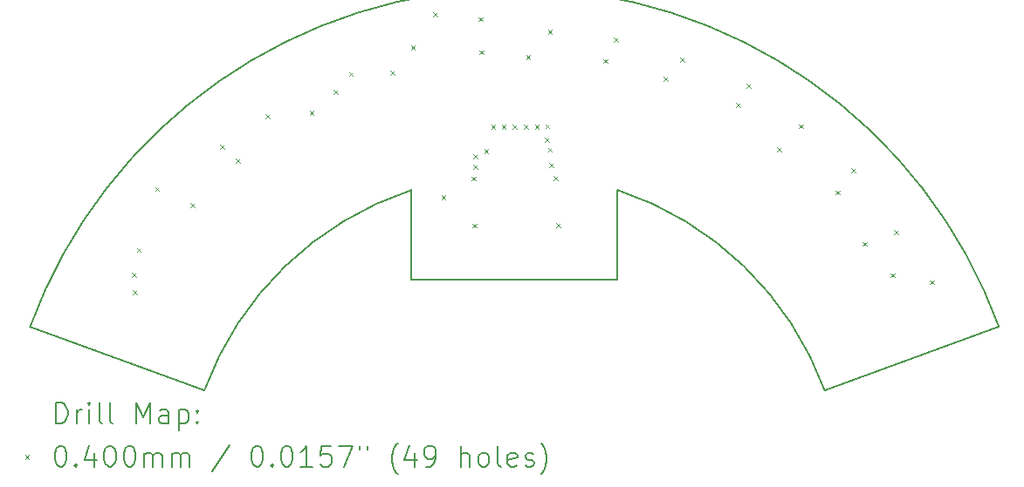
<source format=gbr>
%TF.GenerationSoftware,KiCad,Pcbnew,8.0.1-8.0.1-1~ubuntu22.04.1*%
%TF.CreationDate,2024-03-22T15:25:23-03:00*%
%TF.ProjectId,linefollower,6c696e65-666f-46c6-9c6f-7765722e6b69,rev?*%
%TF.SameCoordinates,Original*%
%TF.FileFunction,Drillmap*%
%TF.FilePolarity,Positive*%
%FSLAX45Y45*%
G04 Gerber Fmt 4.5, Leading zero omitted, Abs format (unit mm)*
G04 Created by KiCad (PCBNEW 8.0.1-8.0.1-1~ubuntu22.04.1) date 2024-03-22 15:25:23*
%MOMM*%
%LPD*%
G01*
G04 APERTURE LIST*
%ADD10C,0.200000*%
%ADD11C,0.100000*%
G04 APERTURE END LIST*
D10*
X18007016Y-12852767D02*
X19698463Y-12237131D01*
X16000000Y-10907495D02*
G75*
G02*
X18007015Y-12852768I-1000000J-3039735D01*
G01*
X11992983Y-12852767D02*
G75*
G02*
X14000000Y-10907495I3007017J-1094465D01*
G01*
X14000000Y-11776927D02*
X16000000Y-11776927D01*
X14000000Y-10907495D02*
X14000000Y-11776927D01*
X16000000Y-11776927D02*
X16000000Y-10907495D01*
X10301537Y-12237131D02*
G75*
G02*
X19698463Y-12237131I4698463J-1710101D01*
G01*
X10301537Y-12237131D02*
X11992983Y-12852767D01*
D11*
X11292017Y-11711281D02*
X11332017Y-11751281D01*
X11332017Y-11711281D02*
X11292017Y-11751281D01*
X11298189Y-11882719D02*
X11338189Y-11922719D01*
X11338189Y-11882719D02*
X11298189Y-11922719D01*
X11337154Y-11470586D02*
X11377154Y-11510586D01*
X11377154Y-11470586D02*
X11337154Y-11510586D01*
X11512976Y-10878634D02*
X11552976Y-10918634D01*
X11552976Y-10878634D02*
X11512976Y-10918634D01*
X11857414Y-11032135D02*
X11897414Y-11072135D01*
X11897414Y-11032135D02*
X11857414Y-11072135D01*
X12144256Y-10467341D02*
X12184256Y-10507341D01*
X12184256Y-10467341D02*
X12144256Y-10507341D01*
X12294748Y-10601745D02*
X12334748Y-10641745D01*
X12334748Y-10601745D02*
X12294748Y-10641745D01*
X12584302Y-10167600D02*
X12624302Y-10207600D01*
X12624302Y-10167600D02*
X12584302Y-10207600D01*
X13012070Y-10134136D02*
X13052070Y-10174136D01*
X13052070Y-10134136D02*
X13012070Y-10174136D01*
X13246023Y-9934465D02*
X13286023Y-9974465D01*
X13286023Y-9934465D02*
X13246023Y-9974465D01*
X13393406Y-9760789D02*
X13433406Y-9800789D01*
X13433406Y-9760789D02*
X13393406Y-9800789D01*
X13796781Y-9749629D02*
X13836781Y-9789629D01*
X13836781Y-9749629D02*
X13796781Y-9789629D01*
X13995332Y-9504415D02*
X14035332Y-9544415D01*
X14035332Y-9504415D02*
X13995332Y-9544415D01*
X14208765Y-9177038D02*
X14248765Y-9217038D01*
X14248765Y-9177038D02*
X14208765Y-9217038D01*
X14290158Y-10959459D02*
X14330158Y-10999459D01*
X14330158Y-10959459D02*
X14290158Y-10999459D01*
X14585000Y-10775000D02*
X14625000Y-10815000D01*
X14625000Y-10775000D02*
X14585000Y-10815000D01*
X14593662Y-11233260D02*
X14633662Y-11273260D01*
X14633662Y-11233260D02*
X14593662Y-11273260D01*
X14599565Y-10664493D02*
X14639565Y-10704493D01*
X14639565Y-10664493D02*
X14599565Y-10704493D01*
X14600512Y-10558320D02*
X14640512Y-10598320D01*
X14640512Y-10558320D02*
X14600512Y-10598320D01*
X14648706Y-9226259D02*
X14688706Y-9266259D01*
X14688706Y-9226259D02*
X14648706Y-9266259D01*
X14661830Y-9549021D02*
X14701830Y-9589021D01*
X14701830Y-9549021D02*
X14661830Y-9589021D01*
X14706667Y-10508740D02*
X14746667Y-10548740D01*
X14746667Y-10508740D02*
X14706667Y-10548740D01*
X14774337Y-10271512D02*
X14814337Y-10311512D01*
X14814337Y-10271512D02*
X14774337Y-10311512D01*
X14874311Y-10273837D02*
X14914311Y-10313837D01*
X14914311Y-10273837D02*
X14874311Y-10313837D01*
X14983481Y-10270496D02*
X15023481Y-10310496D01*
X15023481Y-10270496D02*
X14983481Y-10310496D01*
X15089342Y-10271715D02*
X15129342Y-10311715D01*
X15129342Y-10271715D02*
X15089342Y-10311715D01*
X15112758Y-9592350D02*
X15152758Y-9632350D01*
X15152758Y-9592350D02*
X15112758Y-9632350D01*
X15195975Y-10269967D02*
X15235975Y-10309967D01*
X15235975Y-10269967D02*
X15195975Y-10309967D01*
X15294585Y-10396331D02*
X15334585Y-10436331D01*
X15334585Y-10396331D02*
X15294585Y-10436331D01*
X15299030Y-10268219D02*
X15339030Y-10308219D01*
X15339030Y-10268219D02*
X15299030Y-10308219D01*
X15323692Y-10497719D02*
X15363692Y-10537719D01*
X15363692Y-10497719D02*
X15323692Y-10537719D01*
X15323746Y-9350053D02*
X15363746Y-9390053D01*
X15363746Y-9350053D02*
X15323746Y-9390053D01*
X15339236Y-10642756D02*
X15379236Y-10682756D01*
X15379236Y-10642756D02*
X15339236Y-10682756D01*
X15377661Y-10773862D02*
X15417661Y-10813862D01*
X15417661Y-10773862D02*
X15377661Y-10813862D01*
X15403100Y-11230993D02*
X15443100Y-11270993D01*
X15443100Y-11230993D02*
X15403100Y-11270993D01*
X15858496Y-9633667D02*
X15898496Y-9673667D01*
X15898496Y-9633667D02*
X15858496Y-9673667D01*
X15961633Y-9427394D02*
X16001633Y-9467394D01*
X16001633Y-9427394D02*
X15961633Y-9467394D01*
X16447598Y-9808475D02*
X16487598Y-9848475D01*
X16487598Y-9808475D02*
X16447598Y-9848475D01*
X16606673Y-9621431D02*
X16646673Y-9661431D01*
X16646673Y-9621431D02*
X16606673Y-9661431D01*
X17146748Y-10061946D02*
X17186748Y-10101946D01*
X17186748Y-10061946D02*
X17146748Y-10101946D01*
X17249885Y-9876650D02*
X17289885Y-9916650D01*
X17289885Y-9876650D02*
X17249885Y-9916650D01*
X17547954Y-10495335D02*
X17587954Y-10535335D01*
X17587954Y-10495335D02*
X17547954Y-10535335D01*
X17760054Y-10266919D02*
X17800054Y-10306919D01*
X17800054Y-10266919D02*
X17760054Y-10306919D01*
X18110754Y-10910821D02*
X18150754Y-10950821D01*
X18150754Y-10910821D02*
X18110754Y-10950821D01*
X18264585Y-10694060D02*
X18304585Y-10734060D01*
X18304585Y-10694060D02*
X18264585Y-10734060D01*
X18378819Y-11410690D02*
X18418819Y-11450690D01*
X18418819Y-11410690D02*
X18378819Y-11450690D01*
X18647862Y-11715304D02*
X18687862Y-11755304D01*
X18687862Y-11715304D02*
X18647862Y-11755304D01*
X18682985Y-11295317D02*
X18722985Y-11335317D01*
X18722985Y-11295317D02*
X18682985Y-11335317D01*
X19027777Y-11782896D02*
X19067777Y-11822896D01*
X19067777Y-11782896D02*
X19027777Y-11822896D01*
D10*
X10552314Y-13174251D02*
X10552314Y-12974251D01*
X10552314Y-12974251D02*
X10599933Y-12974251D01*
X10599933Y-12974251D02*
X10628504Y-12983775D01*
X10628504Y-12983775D02*
X10647552Y-13002823D01*
X10647552Y-13002823D02*
X10657075Y-13021870D01*
X10657075Y-13021870D02*
X10666599Y-13059965D01*
X10666599Y-13059965D02*
X10666599Y-13088537D01*
X10666599Y-13088537D02*
X10657075Y-13126632D01*
X10657075Y-13126632D02*
X10647552Y-13145680D01*
X10647552Y-13145680D02*
X10628504Y-13164727D01*
X10628504Y-13164727D02*
X10599933Y-13174251D01*
X10599933Y-13174251D02*
X10552314Y-13174251D01*
X10752314Y-13174251D02*
X10752314Y-13040918D01*
X10752314Y-13079013D02*
X10761837Y-13059965D01*
X10761837Y-13059965D02*
X10771361Y-13050442D01*
X10771361Y-13050442D02*
X10790409Y-13040918D01*
X10790409Y-13040918D02*
X10809456Y-13040918D01*
X10876123Y-13174251D02*
X10876123Y-13040918D01*
X10876123Y-12974251D02*
X10866599Y-12983775D01*
X10866599Y-12983775D02*
X10876123Y-12993299D01*
X10876123Y-12993299D02*
X10885647Y-12983775D01*
X10885647Y-12983775D02*
X10876123Y-12974251D01*
X10876123Y-12974251D02*
X10876123Y-12993299D01*
X10999933Y-13174251D02*
X10980885Y-13164727D01*
X10980885Y-13164727D02*
X10971361Y-13145680D01*
X10971361Y-13145680D02*
X10971361Y-12974251D01*
X11104694Y-13174251D02*
X11085647Y-13164727D01*
X11085647Y-13164727D02*
X11076123Y-13145680D01*
X11076123Y-13145680D02*
X11076123Y-12974251D01*
X11333266Y-13174251D02*
X11333266Y-12974251D01*
X11333266Y-12974251D02*
X11399933Y-13117108D01*
X11399933Y-13117108D02*
X11466599Y-12974251D01*
X11466599Y-12974251D02*
X11466599Y-13174251D01*
X11647552Y-13174251D02*
X11647552Y-13069489D01*
X11647552Y-13069489D02*
X11638028Y-13050442D01*
X11638028Y-13050442D02*
X11618980Y-13040918D01*
X11618980Y-13040918D02*
X11580885Y-13040918D01*
X11580885Y-13040918D02*
X11561837Y-13050442D01*
X11647552Y-13164727D02*
X11628504Y-13174251D01*
X11628504Y-13174251D02*
X11580885Y-13174251D01*
X11580885Y-13174251D02*
X11561837Y-13164727D01*
X11561837Y-13164727D02*
X11552313Y-13145680D01*
X11552313Y-13145680D02*
X11552313Y-13126632D01*
X11552313Y-13126632D02*
X11561837Y-13107585D01*
X11561837Y-13107585D02*
X11580885Y-13098061D01*
X11580885Y-13098061D02*
X11628504Y-13098061D01*
X11628504Y-13098061D02*
X11647552Y-13088537D01*
X11742790Y-13040918D02*
X11742790Y-13240918D01*
X11742790Y-13050442D02*
X11761837Y-13040918D01*
X11761837Y-13040918D02*
X11799933Y-13040918D01*
X11799933Y-13040918D02*
X11818980Y-13050442D01*
X11818980Y-13050442D02*
X11828504Y-13059965D01*
X11828504Y-13059965D02*
X11838028Y-13079013D01*
X11838028Y-13079013D02*
X11838028Y-13136156D01*
X11838028Y-13136156D02*
X11828504Y-13155204D01*
X11828504Y-13155204D02*
X11818980Y-13164727D01*
X11818980Y-13164727D02*
X11799933Y-13174251D01*
X11799933Y-13174251D02*
X11761837Y-13174251D01*
X11761837Y-13174251D02*
X11742790Y-13164727D01*
X11923742Y-13155204D02*
X11933266Y-13164727D01*
X11933266Y-13164727D02*
X11923742Y-13174251D01*
X11923742Y-13174251D02*
X11914218Y-13164727D01*
X11914218Y-13164727D02*
X11923742Y-13155204D01*
X11923742Y-13155204D02*
X11923742Y-13174251D01*
X11923742Y-13050442D02*
X11933266Y-13059965D01*
X11933266Y-13059965D02*
X11923742Y-13069489D01*
X11923742Y-13069489D02*
X11914218Y-13059965D01*
X11914218Y-13059965D02*
X11923742Y-13050442D01*
X11923742Y-13050442D02*
X11923742Y-13069489D01*
D11*
X10251537Y-13482767D02*
X10291537Y-13522767D01*
X10291537Y-13482767D02*
X10251537Y-13522767D01*
D10*
X10590409Y-13394251D02*
X10609456Y-13394251D01*
X10609456Y-13394251D02*
X10628504Y-13403775D01*
X10628504Y-13403775D02*
X10638028Y-13413299D01*
X10638028Y-13413299D02*
X10647552Y-13432346D01*
X10647552Y-13432346D02*
X10657075Y-13470442D01*
X10657075Y-13470442D02*
X10657075Y-13518061D01*
X10657075Y-13518061D02*
X10647552Y-13556156D01*
X10647552Y-13556156D02*
X10638028Y-13575204D01*
X10638028Y-13575204D02*
X10628504Y-13584727D01*
X10628504Y-13584727D02*
X10609456Y-13594251D01*
X10609456Y-13594251D02*
X10590409Y-13594251D01*
X10590409Y-13594251D02*
X10571361Y-13584727D01*
X10571361Y-13584727D02*
X10561837Y-13575204D01*
X10561837Y-13575204D02*
X10552314Y-13556156D01*
X10552314Y-13556156D02*
X10542790Y-13518061D01*
X10542790Y-13518061D02*
X10542790Y-13470442D01*
X10542790Y-13470442D02*
X10552314Y-13432346D01*
X10552314Y-13432346D02*
X10561837Y-13413299D01*
X10561837Y-13413299D02*
X10571361Y-13403775D01*
X10571361Y-13403775D02*
X10590409Y-13394251D01*
X10742790Y-13575204D02*
X10752314Y-13584727D01*
X10752314Y-13584727D02*
X10742790Y-13594251D01*
X10742790Y-13594251D02*
X10733266Y-13584727D01*
X10733266Y-13584727D02*
X10742790Y-13575204D01*
X10742790Y-13575204D02*
X10742790Y-13594251D01*
X10923742Y-13460918D02*
X10923742Y-13594251D01*
X10876123Y-13384727D02*
X10828504Y-13527585D01*
X10828504Y-13527585D02*
X10952314Y-13527585D01*
X11066599Y-13394251D02*
X11085647Y-13394251D01*
X11085647Y-13394251D02*
X11104695Y-13403775D01*
X11104695Y-13403775D02*
X11114218Y-13413299D01*
X11114218Y-13413299D02*
X11123742Y-13432346D01*
X11123742Y-13432346D02*
X11133266Y-13470442D01*
X11133266Y-13470442D02*
X11133266Y-13518061D01*
X11133266Y-13518061D02*
X11123742Y-13556156D01*
X11123742Y-13556156D02*
X11114218Y-13575204D01*
X11114218Y-13575204D02*
X11104695Y-13584727D01*
X11104695Y-13584727D02*
X11085647Y-13594251D01*
X11085647Y-13594251D02*
X11066599Y-13594251D01*
X11066599Y-13594251D02*
X11047552Y-13584727D01*
X11047552Y-13584727D02*
X11038028Y-13575204D01*
X11038028Y-13575204D02*
X11028504Y-13556156D01*
X11028504Y-13556156D02*
X11018980Y-13518061D01*
X11018980Y-13518061D02*
X11018980Y-13470442D01*
X11018980Y-13470442D02*
X11028504Y-13432346D01*
X11028504Y-13432346D02*
X11038028Y-13413299D01*
X11038028Y-13413299D02*
X11047552Y-13403775D01*
X11047552Y-13403775D02*
X11066599Y-13394251D01*
X11257075Y-13394251D02*
X11276123Y-13394251D01*
X11276123Y-13394251D02*
X11295171Y-13403775D01*
X11295171Y-13403775D02*
X11304694Y-13413299D01*
X11304694Y-13413299D02*
X11314218Y-13432346D01*
X11314218Y-13432346D02*
X11323742Y-13470442D01*
X11323742Y-13470442D02*
X11323742Y-13518061D01*
X11323742Y-13518061D02*
X11314218Y-13556156D01*
X11314218Y-13556156D02*
X11304694Y-13575204D01*
X11304694Y-13575204D02*
X11295171Y-13584727D01*
X11295171Y-13584727D02*
X11276123Y-13594251D01*
X11276123Y-13594251D02*
X11257075Y-13594251D01*
X11257075Y-13594251D02*
X11238028Y-13584727D01*
X11238028Y-13584727D02*
X11228504Y-13575204D01*
X11228504Y-13575204D02*
X11218980Y-13556156D01*
X11218980Y-13556156D02*
X11209456Y-13518061D01*
X11209456Y-13518061D02*
X11209456Y-13470442D01*
X11209456Y-13470442D02*
X11218980Y-13432346D01*
X11218980Y-13432346D02*
X11228504Y-13413299D01*
X11228504Y-13413299D02*
X11238028Y-13403775D01*
X11238028Y-13403775D02*
X11257075Y-13394251D01*
X11409456Y-13594251D02*
X11409456Y-13460918D01*
X11409456Y-13479965D02*
X11418980Y-13470442D01*
X11418980Y-13470442D02*
X11438028Y-13460918D01*
X11438028Y-13460918D02*
X11466599Y-13460918D01*
X11466599Y-13460918D02*
X11485647Y-13470442D01*
X11485647Y-13470442D02*
X11495171Y-13489489D01*
X11495171Y-13489489D02*
X11495171Y-13594251D01*
X11495171Y-13489489D02*
X11504694Y-13470442D01*
X11504694Y-13470442D02*
X11523742Y-13460918D01*
X11523742Y-13460918D02*
X11552313Y-13460918D01*
X11552313Y-13460918D02*
X11571361Y-13470442D01*
X11571361Y-13470442D02*
X11580885Y-13489489D01*
X11580885Y-13489489D02*
X11580885Y-13594251D01*
X11676123Y-13594251D02*
X11676123Y-13460918D01*
X11676123Y-13479965D02*
X11685647Y-13470442D01*
X11685647Y-13470442D02*
X11704694Y-13460918D01*
X11704694Y-13460918D02*
X11733266Y-13460918D01*
X11733266Y-13460918D02*
X11752314Y-13470442D01*
X11752314Y-13470442D02*
X11761837Y-13489489D01*
X11761837Y-13489489D02*
X11761837Y-13594251D01*
X11761837Y-13489489D02*
X11771361Y-13470442D01*
X11771361Y-13470442D02*
X11790409Y-13460918D01*
X11790409Y-13460918D02*
X11818980Y-13460918D01*
X11818980Y-13460918D02*
X11838028Y-13470442D01*
X11838028Y-13470442D02*
X11847552Y-13489489D01*
X11847552Y-13489489D02*
X11847552Y-13594251D01*
X12238028Y-13384727D02*
X12066599Y-13641870D01*
X12495171Y-13394251D02*
X12514218Y-13394251D01*
X12514218Y-13394251D02*
X12533266Y-13403775D01*
X12533266Y-13403775D02*
X12542790Y-13413299D01*
X12542790Y-13413299D02*
X12552314Y-13432346D01*
X12552314Y-13432346D02*
X12561837Y-13470442D01*
X12561837Y-13470442D02*
X12561837Y-13518061D01*
X12561837Y-13518061D02*
X12552314Y-13556156D01*
X12552314Y-13556156D02*
X12542790Y-13575204D01*
X12542790Y-13575204D02*
X12533266Y-13584727D01*
X12533266Y-13584727D02*
X12514218Y-13594251D01*
X12514218Y-13594251D02*
X12495171Y-13594251D01*
X12495171Y-13594251D02*
X12476123Y-13584727D01*
X12476123Y-13584727D02*
X12466599Y-13575204D01*
X12466599Y-13575204D02*
X12457076Y-13556156D01*
X12457076Y-13556156D02*
X12447552Y-13518061D01*
X12447552Y-13518061D02*
X12447552Y-13470442D01*
X12447552Y-13470442D02*
X12457076Y-13432346D01*
X12457076Y-13432346D02*
X12466599Y-13413299D01*
X12466599Y-13413299D02*
X12476123Y-13403775D01*
X12476123Y-13403775D02*
X12495171Y-13394251D01*
X12647552Y-13575204D02*
X12657076Y-13584727D01*
X12657076Y-13584727D02*
X12647552Y-13594251D01*
X12647552Y-13594251D02*
X12638028Y-13584727D01*
X12638028Y-13584727D02*
X12647552Y-13575204D01*
X12647552Y-13575204D02*
X12647552Y-13594251D01*
X12780885Y-13394251D02*
X12799933Y-13394251D01*
X12799933Y-13394251D02*
X12818980Y-13403775D01*
X12818980Y-13403775D02*
X12828504Y-13413299D01*
X12828504Y-13413299D02*
X12838028Y-13432346D01*
X12838028Y-13432346D02*
X12847552Y-13470442D01*
X12847552Y-13470442D02*
X12847552Y-13518061D01*
X12847552Y-13518061D02*
X12838028Y-13556156D01*
X12838028Y-13556156D02*
X12828504Y-13575204D01*
X12828504Y-13575204D02*
X12818980Y-13584727D01*
X12818980Y-13584727D02*
X12799933Y-13594251D01*
X12799933Y-13594251D02*
X12780885Y-13594251D01*
X12780885Y-13594251D02*
X12761837Y-13584727D01*
X12761837Y-13584727D02*
X12752314Y-13575204D01*
X12752314Y-13575204D02*
X12742790Y-13556156D01*
X12742790Y-13556156D02*
X12733266Y-13518061D01*
X12733266Y-13518061D02*
X12733266Y-13470442D01*
X12733266Y-13470442D02*
X12742790Y-13432346D01*
X12742790Y-13432346D02*
X12752314Y-13413299D01*
X12752314Y-13413299D02*
X12761837Y-13403775D01*
X12761837Y-13403775D02*
X12780885Y-13394251D01*
X13038028Y-13594251D02*
X12923742Y-13594251D01*
X12980885Y-13594251D02*
X12980885Y-13394251D01*
X12980885Y-13394251D02*
X12961837Y-13422823D01*
X12961837Y-13422823D02*
X12942790Y-13441870D01*
X12942790Y-13441870D02*
X12923742Y-13451394D01*
X13218980Y-13394251D02*
X13123742Y-13394251D01*
X13123742Y-13394251D02*
X13114218Y-13489489D01*
X13114218Y-13489489D02*
X13123742Y-13479965D01*
X13123742Y-13479965D02*
X13142790Y-13470442D01*
X13142790Y-13470442D02*
X13190409Y-13470442D01*
X13190409Y-13470442D02*
X13209457Y-13479965D01*
X13209457Y-13479965D02*
X13218980Y-13489489D01*
X13218980Y-13489489D02*
X13228504Y-13508537D01*
X13228504Y-13508537D02*
X13228504Y-13556156D01*
X13228504Y-13556156D02*
X13218980Y-13575204D01*
X13218980Y-13575204D02*
X13209457Y-13584727D01*
X13209457Y-13584727D02*
X13190409Y-13594251D01*
X13190409Y-13594251D02*
X13142790Y-13594251D01*
X13142790Y-13594251D02*
X13123742Y-13584727D01*
X13123742Y-13584727D02*
X13114218Y-13575204D01*
X13295171Y-13394251D02*
X13428504Y-13394251D01*
X13428504Y-13394251D02*
X13342790Y-13594251D01*
X13495171Y-13394251D02*
X13495171Y-13432346D01*
X13571361Y-13394251D02*
X13571361Y-13432346D01*
X13866600Y-13670442D02*
X13857076Y-13660918D01*
X13857076Y-13660918D02*
X13838028Y-13632346D01*
X13838028Y-13632346D02*
X13828504Y-13613299D01*
X13828504Y-13613299D02*
X13818980Y-13584727D01*
X13818980Y-13584727D02*
X13809457Y-13537108D01*
X13809457Y-13537108D02*
X13809457Y-13499013D01*
X13809457Y-13499013D02*
X13818980Y-13451394D01*
X13818980Y-13451394D02*
X13828504Y-13422823D01*
X13828504Y-13422823D02*
X13838028Y-13403775D01*
X13838028Y-13403775D02*
X13857076Y-13375204D01*
X13857076Y-13375204D02*
X13866600Y-13365680D01*
X14028504Y-13460918D02*
X14028504Y-13594251D01*
X13980885Y-13384727D02*
X13933266Y-13527585D01*
X13933266Y-13527585D02*
X14057076Y-13527585D01*
X14142790Y-13594251D02*
X14180885Y-13594251D01*
X14180885Y-13594251D02*
X14199933Y-13584727D01*
X14199933Y-13584727D02*
X14209457Y-13575204D01*
X14209457Y-13575204D02*
X14228504Y-13546632D01*
X14228504Y-13546632D02*
X14238028Y-13508537D01*
X14238028Y-13508537D02*
X14238028Y-13432346D01*
X14238028Y-13432346D02*
X14228504Y-13413299D01*
X14228504Y-13413299D02*
X14218980Y-13403775D01*
X14218980Y-13403775D02*
X14199933Y-13394251D01*
X14199933Y-13394251D02*
X14161838Y-13394251D01*
X14161838Y-13394251D02*
X14142790Y-13403775D01*
X14142790Y-13403775D02*
X14133266Y-13413299D01*
X14133266Y-13413299D02*
X14123742Y-13432346D01*
X14123742Y-13432346D02*
X14123742Y-13479965D01*
X14123742Y-13479965D02*
X14133266Y-13499013D01*
X14133266Y-13499013D02*
X14142790Y-13508537D01*
X14142790Y-13508537D02*
X14161838Y-13518061D01*
X14161838Y-13518061D02*
X14199933Y-13518061D01*
X14199933Y-13518061D02*
X14218980Y-13508537D01*
X14218980Y-13508537D02*
X14228504Y-13499013D01*
X14228504Y-13499013D02*
X14238028Y-13479965D01*
X14476123Y-13594251D02*
X14476123Y-13394251D01*
X14561838Y-13594251D02*
X14561838Y-13489489D01*
X14561838Y-13489489D02*
X14552314Y-13470442D01*
X14552314Y-13470442D02*
X14533266Y-13460918D01*
X14533266Y-13460918D02*
X14504695Y-13460918D01*
X14504695Y-13460918D02*
X14485647Y-13470442D01*
X14485647Y-13470442D02*
X14476123Y-13479965D01*
X14685647Y-13594251D02*
X14666600Y-13584727D01*
X14666600Y-13584727D02*
X14657076Y-13575204D01*
X14657076Y-13575204D02*
X14647552Y-13556156D01*
X14647552Y-13556156D02*
X14647552Y-13499013D01*
X14647552Y-13499013D02*
X14657076Y-13479965D01*
X14657076Y-13479965D02*
X14666600Y-13470442D01*
X14666600Y-13470442D02*
X14685647Y-13460918D01*
X14685647Y-13460918D02*
X14714219Y-13460918D01*
X14714219Y-13460918D02*
X14733266Y-13470442D01*
X14733266Y-13470442D02*
X14742790Y-13479965D01*
X14742790Y-13479965D02*
X14752314Y-13499013D01*
X14752314Y-13499013D02*
X14752314Y-13556156D01*
X14752314Y-13556156D02*
X14742790Y-13575204D01*
X14742790Y-13575204D02*
X14733266Y-13584727D01*
X14733266Y-13584727D02*
X14714219Y-13594251D01*
X14714219Y-13594251D02*
X14685647Y-13594251D01*
X14866600Y-13594251D02*
X14847552Y-13584727D01*
X14847552Y-13584727D02*
X14838028Y-13565680D01*
X14838028Y-13565680D02*
X14838028Y-13394251D01*
X15018981Y-13584727D02*
X14999933Y-13594251D01*
X14999933Y-13594251D02*
X14961838Y-13594251D01*
X14961838Y-13594251D02*
X14942790Y-13584727D01*
X14942790Y-13584727D02*
X14933266Y-13565680D01*
X14933266Y-13565680D02*
X14933266Y-13489489D01*
X14933266Y-13489489D02*
X14942790Y-13470442D01*
X14942790Y-13470442D02*
X14961838Y-13460918D01*
X14961838Y-13460918D02*
X14999933Y-13460918D01*
X14999933Y-13460918D02*
X15018981Y-13470442D01*
X15018981Y-13470442D02*
X15028504Y-13489489D01*
X15028504Y-13489489D02*
X15028504Y-13508537D01*
X15028504Y-13508537D02*
X14933266Y-13527585D01*
X15104695Y-13584727D02*
X15123742Y-13594251D01*
X15123742Y-13594251D02*
X15161838Y-13594251D01*
X15161838Y-13594251D02*
X15180885Y-13584727D01*
X15180885Y-13584727D02*
X15190409Y-13565680D01*
X15190409Y-13565680D02*
X15190409Y-13556156D01*
X15190409Y-13556156D02*
X15180885Y-13537108D01*
X15180885Y-13537108D02*
X15161838Y-13527585D01*
X15161838Y-13527585D02*
X15133266Y-13527585D01*
X15133266Y-13527585D02*
X15114219Y-13518061D01*
X15114219Y-13518061D02*
X15104695Y-13499013D01*
X15104695Y-13499013D02*
X15104695Y-13489489D01*
X15104695Y-13489489D02*
X15114219Y-13470442D01*
X15114219Y-13470442D02*
X15133266Y-13460918D01*
X15133266Y-13460918D02*
X15161838Y-13460918D01*
X15161838Y-13460918D02*
X15180885Y-13470442D01*
X15257076Y-13670442D02*
X15266600Y-13660918D01*
X15266600Y-13660918D02*
X15285647Y-13632346D01*
X15285647Y-13632346D02*
X15295171Y-13613299D01*
X15295171Y-13613299D02*
X15304695Y-13584727D01*
X15304695Y-13584727D02*
X15314219Y-13537108D01*
X15314219Y-13537108D02*
X15314219Y-13499013D01*
X15314219Y-13499013D02*
X15304695Y-13451394D01*
X15304695Y-13451394D02*
X15295171Y-13422823D01*
X15295171Y-13422823D02*
X15285647Y-13403775D01*
X15285647Y-13403775D02*
X15266600Y-13375204D01*
X15266600Y-13375204D02*
X15257076Y-13365680D01*
M02*

</source>
